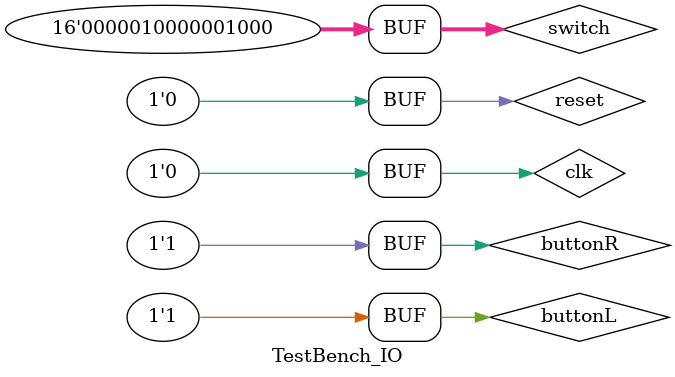
<source format=sv>
`timescale 1ns / 1ps

module TestBench_IO();
    logic 		 clk;	  // CLK100MHZ
    logic 		 reset;   // BTNC
    logic 		 buttonL; // BTNL
    logic 		 buttonR; // BTNR
    logic [15:0] switch;  // SW
    logic [7:0]  AN;
    logic [6:0]  A2G;
    
    // instantiate device to be tested
    Top_IO top_IO(.clk(clk),
                  .reset(reset),
                  .buttonL(buttonL),
                  .buttonR(buttonR),
                  .switch(switch),
                  .AN(AN),
                  .A2G(A2G));
    
    // initialize test
    initial begin
        #0; reset <= 1;
        #2; reset <= 0;
        #2; buttonL <= 1; buttonR <= 1;
        #2; switch 	<= 16'b00000100_00001000; // 4 + 8
    end
    
    // generate clock to sequence tests
    always begin
        clk <= 1; # 5;
        clk <= 0; # 5;
    end

endmodule

</source>
